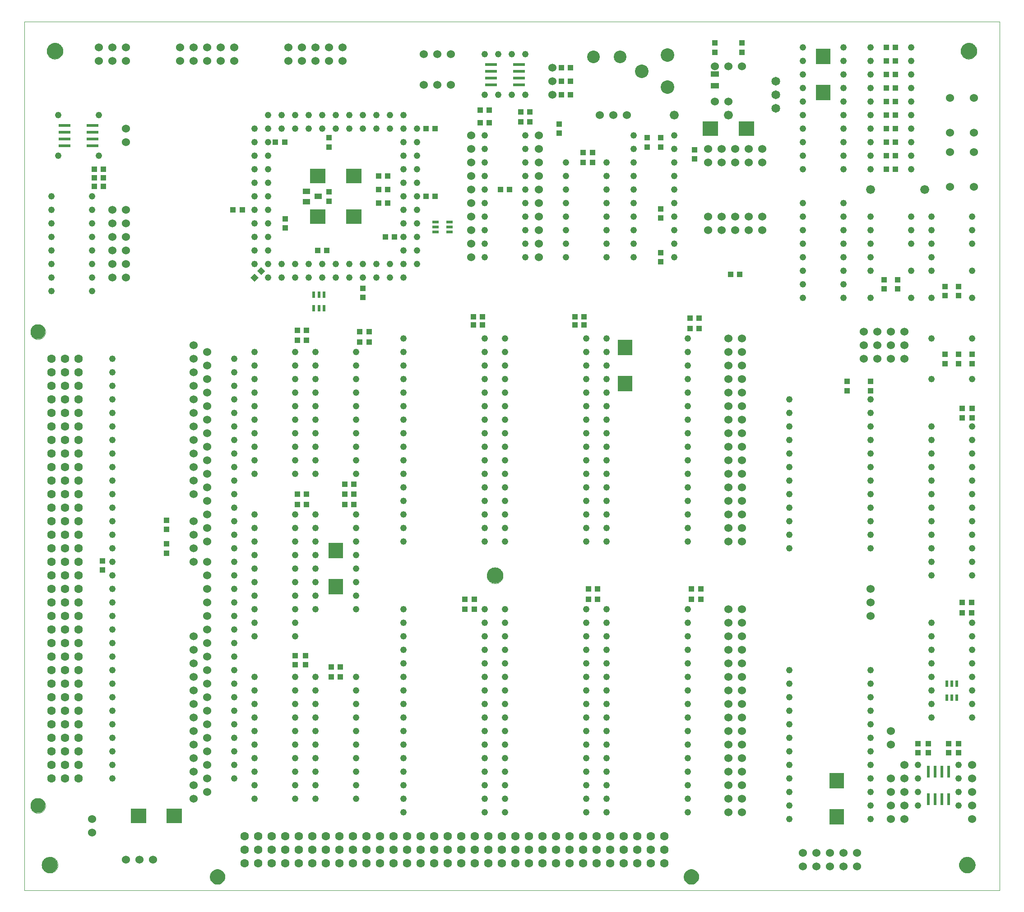
<source format=gbs>
G75*
%MOIN*%
%OFA0B0*%
%FSLAX24Y24*%
%IPPOS*%
%LPD*%
%AMOC8*
5,1,8,0,0,1.08239X$1,22.5*
%
%ADD10C,0.0000*%
%ADD11C,0.0480*%
%ADD12C,0.0600*%
%ADD13C,0.0630*%
%ADD14C,0.1102*%
%ADD15C,0.1181*%
%ADD16C,0.0650*%
%ADD17R,0.0591X0.0394*%
%ADD18C,0.0660*%
%ADD19R,0.0425X0.0413*%
%ADD20C,0.1000*%
%ADD21R,0.0433X0.0394*%
%ADD22R,0.0413X0.0425*%
%ADD23R,0.0236X0.0866*%
%ADD24R,0.0866X0.0236*%
%ADD25R,0.0394X0.0433*%
%ADD26R,0.0217X0.0472*%
%ADD27R,0.0551X0.0394*%
%ADD28R,0.1161X0.1063*%
%ADD29R,0.1063X0.1161*%
%ADD30C,0.0937*%
%ADD31R,0.0472X0.0217*%
D10*
X003500Y003500D02*
X003500Y067673D01*
X075547Y067673D01*
X075547Y003500D01*
X003500Y003500D01*
X004784Y005375D02*
X004786Y005423D01*
X004792Y005471D01*
X004802Y005518D01*
X004815Y005564D01*
X004833Y005609D01*
X004853Y005653D01*
X004878Y005695D01*
X004906Y005734D01*
X004936Y005771D01*
X004970Y005805D01*
X005007Y005837D01*
X005045Y005866D01*
X005086Y005891D01*
X005129Y005913D01*
X005174Y005931D01*
X005220Y005945D01*
X005267Y005956D01*
X005315Y005963D01*
X005363Y005966D01*
X005411Y005965D01*
X005459Y005960D01*
X005507Y005951D01*
X005553Y005939D01*
X005598Y005922D01*
X005642Y005902D01*
X005684Y005879D01*
X005724Y005852D01*
X005762Y005822D01*
X005797Y005789D01*
X005829Y005753D01*
X005859Y005715D01*
X005885Y005674D01*
X005907Y005631D01*
X005927Y005587D01*
X005942Y005542D01*
X005954Y005495D01*
X005962Y005447D01*
X005966Y005399D01*
X005966Y005351D01*
X005962Y005303D01*
X005954Y005255D01*
X005942Y005208D01*
X005927Y005163D01*
X005907Y005119D01*
X005885Y005076D01*
X005859Y005035D01*
X005829Y004997D01*
X005797Y004961D01*
X005762Y004928D01*
X005724Y004898D01*
X005684Y004871D01*
X005642Y004848D01*
X005598Y004828D01*
X005553Y004811D01*
X005507Y004799D01*
X005459Y004790D01*
X005411Y004785D01*
X005363Y004784D01*
X005315Y004787D01*
X005267Y004794D01*
X005220Y004805D01*
X005174Y004819D01*
X005129Y004837D01*
X005086Y004859D01*
X005045Y004884D01*
X005007Y004913D01*
X004970Y004945D01*
X004936Y004979D01*
X004906Y005016D01*
X004878Y005055D01*
X004853Y005097D01*
X004833Y005141D01*
X004815Y005186D01*
X004802Y005232D01*
X004792Y005279D01*
X004786Y005327D01*
X004784Y005375D01*
X003949Y009750D02*
X003951Y009797D01*
X003957Y009843D01*
X003967Y009889D01*
X003980Y009934D01*
X003998Y009977D01*
X004019Y010019D01*
X004043Y010059D01*
X004071Y010096D01*
X004102Y010131D01*
X004136Y010164D01*
X004172Y010193D01*
X004211Y010219D01*
X004252Y010242D01*
X004295Y010261D01*
X004339Y010277D01*
X004384Y010289D01*
X004430Y010297D01*
X004477Y010301D01*
X004523Y010301D01*
X004570Y010297D01*
X004616Y010289D01*
X004661Y010277D01*
X004705Y010261D01*
X004748Y010242D01*
X004789Y010219D01*
X004828Y010193D01*
X004864Y010164D01*
X004898Y010131D01*
X004929Y010096D01*
X004957Y010059D01*
X004981Y010019D01*
X005002Y009977D01*
X005020Y009934D01*
X005033Y009889D01*
X005043Y009843D01*
X005049Y009797D01*
X005051Y009750D01*
X005049Y009703D01*
X005043Y009657D01*
X005033Y009611D01*
X005020Y009566D01*
X005002Y009523D01*
X004981Y009481D01*
X004957Y009441D01*
X004929Y009404D01*
X004898Y009369D01*
X004864Y009336D01*
X004828Y009307D01*
X004789Y009281D01*
X004748Y009258D01*
X004705Y009239D01*
X004661Y009223D01*
X004616Y009211D01*
X004570Y009203D01*
X004523Y009199D01*
X004477Y009199D01*
X004430Y009203D01*
X004384Y009211D01*
X004339Y009223D01*
X004295Y009239D01*
X004252Y009258D01*
X004211Y009281D01*
X004172Y009307D01*
X004136Y009336D01*
X004102Y009369D01*
X004071Y009404D01*
X004043Y009441D01*
X004019Y009481D01*
X003998Y009523D01*
X003980Y009566D01*
X003967Y009611D01*
X003957Y009657D01*
X003951Y009703D01*
X003949Y009750D01*
X017199Y004500D02*
X017201Y004547D01*
X017207Y004593D01*
X017217Y004639D01*
X017230Y004684D01*
X017248Y004727D01*
X017269Y004769D01*
X017293Y004809D01*
X017321Y004846D01*
X017352Y004881D01*
X017386Y004914D01*
X017422Y004943D01*
X017461Y004969D01*
X017502Y004992D01*
X017545Y005011D01*
X017589Y005027D01*
X017634Y005039D01*
X017680Y005047D01*
X017727Y005051D01*
X017773Y005051D01*
X017820Y005047D01*
X017866Y005039D01*
X017911Y005027D01*
X017955Y005011D01*
X017998Y004992D01*
X018039Y004969D01*
X018078Y004943D01*
X018114Y004914D01*
X018148Y004881D01*
X018179Y004846D01*
X018207Y004809D01*
X018231Y004769D01*
X018252Y004727D01*
X018270Y004684D01*
X018283Y004639D01*
X018293Y004593D01*
X018299Y004547D01*
X018301Y004500D01*
X018299Y004453D01*
X018293Y004407D01*
X018283Y004361D01*
X018270Y004316D01*
X018252Y004273D01*
X018231Y004231D01*
X018207Y004191D01*
X018179Y004154D01*
X018148Y004119D01*
X018114Y004086D01*
X018078Y004057D01*
X018039Y004031D01*
X017998Y004008D01*
X017955Y003989D01*
X017911Y003973D01*
X017866Y003961D01*
X017820Y003953D01*
X017773Y003949D01*
X017727Y003949D01*
X017680Y003953D01*
X017634Y003961D01*
X017589Y003973D01*
X017545Y003989D01*
X017502Y004008D01*
X017461Y004031D01*
X017422Y004057D01*
X017386Y004086D01*
X017352Y004119D01*
X017321Y004154D01*
X017293Y004191D01*
X017269Y004231D01*
X017248Y004273D01*
X017230Y004316D01*
X017217Y004361D01*
X017207Y004407D01*
X017201Y004453D01*
X017199Y004500D01*
X037659Y026750D02*
X037661Y026798D01*
X037667Y026846D01*
X037677Y026893D01*
X037690Y026939D01*
X037708Y026984D01*
X037728Y027028D01*
X037753Y027070D01*
X037781Y027109D01*
X037811Y027146D01*
X037845Y027180D01*
X037882Y027212D01*
X037920Y027241D01*
X037961Y027266D01*
X038004Y027288D01*
X038049Y027306D01*
X038095Y027320D01*
X038142Y027331D01*
X038190Y027338D01*
X038238Y027341D01*
X038286Y027340D01*
X038334Y027335D01*
X038382Y027326D01*
X038428Y027314D01*
X038473Y027297D01*
X038517Y027277D01*
X038559Y027254D01*
X038599Y027227D01*
X038637Y027197D01*
X038672Y027164D01*
X038704Y027128D01*
X038734Y027090D01*
X038760Y027049D01*
X038782Y027006D01*
X038802Y026962D01*
X038817Y026917D01*
X038829Y026870D01*
X038837Y026822D01*
X038841Y026774D01*
X038841Y026726D01*
X038837Y026678D01*
X038829Y026630D01*
X038817Y026583D01*
X038802Y026538D01*
X038782Y026494D01*
X038760Y026451D01*
X038734Y026410D01*
X038704Y026372D01*
X038672Y026336D01*
X038637Y026303D01*
X038599Y026273D01*
X038559Y026246D01*
X038517Y026223D01*
X038473Y026203D01*
X038428Y026186D01*
X038382Y026174D01*
X038334Y026165D01*
X038286Y026160D01*
X038238Y026159D01*
X038190Y026162D01*
X038142Y026169D01*
X038095Y026180D01*
X038049Y026194D01*
X038004Y026212D01*
X037961Y026234D01*
X037920Y026259D01*
X037882Y026288D01*
X037845Y026320D01*
X037811Y026354D01*
X037781Y026391D01*
X037753Y026430D01*
X037728Y026472D01*
X037708Y026516D01*
X037690Y026561D01*
X037677Y026607D01*
X037667Y026654D01*
X037661Y026702D01*
X037659Y026750D01*
X052199Y004500D02*
X052201Y004547D01*
X052207Y004593D01*
X052217Y004639D01*
X052230Y004684D01*
X052248Y004727D01*
X052269Y004769D01*
X052293Y004809D01*
X052321Y004846D01*
X052352Y004881D01*
X052386Y004914D01*
X052422Y004943D01*
X052461Y004969D01*
X052502Y004992D01*
X052545Y005011D01*
X052589Y005027D01*
X052634Y005039D01*
X052680Y005047D01*
X052727Y005051D01*
X052773Y005051D01*
X052820Y005047D01*
X052866Y005039D01*
X052911Y005027D01*
X052955Y005011D01*
X052998Y004992D01*
X053039Y004969D01*
X053078Y004943D01*
X053114Y004914D01*
X053148Y004881D01*
X053179Y004846D01*
X053207Y004809D01*
X053231Y004769D01*
X053252Y004727D01*
X053270Y004684D01*
X053283Y004639D01*
X053293Y004593D01*
X053299Y004547D01*
X053301Y004500D01*
X053299Y004453D01*
X053293Y004407D01*
X053283Y004361D01*
X053270Y004316D01*
X053252Y004273D01*
X053231Y004231D01*
X053207Y004191D01*
X053179Y004154D01*
X053148Y004119D01*
X053114Y004086D01*
X053078Y004057D01*
X053039Y004031D01*
X052998Y004008D01*
X052955Y003989D01*
X052911Y003973D01*
X052866Y003961D01*
X052820Y003953D01*
X052773Y003949D01*
X052727Y003949D01*
X052680Y003953D01*
X052634Y003961D01*
X052589Y003973D01*
X052545Y003989D01*
X052502Y004008D01*
X052461Y004031D01*
X052422Y004057D01*
X052386Y004086D01*
X052352Y004119D01*
X052321Y004154D01*
X052293Y004191D01*
X052269Y004231D01*
X052248Y004273D01*
X052230Y004316D01*
X052217Y004361D01*
X052207Y004407D01*
X052201Y004453D01*
X052199Y004500D01*
X072534Y005375D02*
X072536Y005423D01*
X072542Y005471D01*
X072552Y005518D01*
X072565Y005564D01*
X072583Y005609D01*
X072603Y005653D01*
X072628Y005695D01*
X072656Y005734D01*
X072686Y005771D01*
X072720Y005805D01*
X072757Y005837D01*
X072795Y005866D01*
X072836Y005891D01*
X072879Y005913D01*
X072924Y005931D01*
X072970Y005945D01*
X073017Y005956D01*
X073065Y005963D01*
X073113Y005966D01*
X073161Y005965D01*
X073209Y005960D01*
X073257Y005951D01*
X073303Y005939D01*
X073348Y005922D01*
X073392Y005902D01*
X073434Y005879D01*
X073474Y005852D01*
X073512Y005822D01*
X073547Y005789D01*
X073579Y005753D01*
X073609Y005715D01*
X073635Y005674D01*
X073657Y005631D01*
X073677Y005587D01*
X073692Y005542D01*
X073704Y005495D01*
X073712Y005447D01*
X073716Y005399D01*
X073716Y005351D01*
X073712Y005303D01*
X073704Y005255D01*
X073692Y005208D01*
X073677Y005163D01*
X073657Y005119D01*
X073635Y005076D01*
X073609Y005035D01*
X073579Y004997D01*
X073547Y004961D01*
X073512Y004928D01*
X073474Y004898D01*
X073434Y004871D01*
X073392Y004848D01*
X073348Y004828D01*
X073303Y004811D01*
X073257Y004799D01*
X073209Y004790D01*
X073161Y004785D01*
X073113Y004784D01*
X073065Y004787D01*
X073017Y004794D01*
X072970Y004805D01*
X072924Y004819D01*
X072879Y004837D01*
X072836Y004859D01*
X072795Y004884D01*
X072757Y004913D01*
X072720Y004945D01*
X072686Y004979D01*
X072656Y005016D01*
X072628Y005055D01*
X072603Y005097D01*
X072583Y005141D01*
X072565Y005186D01*
X072552Y005232D01*
X072542Y005279D01*
X072536Y005327D01*
X072534Y005375D01*
X072659Y065500D02*
X072661Y065548D01*
X072667Y065596D01*
X072677Y065643D01*
X072690Y065689D01*
X072708Y065734D01*
X072728Y065778D01*
X072753Y065820D01*
X072781Y065859D01*
X072811Y065896D01*
X072845Y065930D01*
X072882Y065962D01*
X072920Y065991D01*
X072961Y066016D01*
X073004Y066038D01*
X073049Y066056D01*
X073095Y066070D01*
X073142Y066081D01*
X073190Y066088D01*
X073238Y066091D01*
X073286Y066090D01*
X073334Y066085D01*
X073382Y066076D01*
X073428Y066064D01*
X073473Y066047D01*
X073517Y066027D01*
X073559Y066004D01*
X073599Y065977D01*
X073637Y065947D01*
X073672Y065914D01*
X073704Y065878D01*
X073734Y065840D01*
X073760Y065799D01*
X073782Y065756D01*
X073802Y065712D01*
X073817Y065667D01*
X073829Y065620D01*
X073837Y065572D01*
X073841Y065524D01*
X073841Y065476D01*
X073837Y065428D01*
X073829Y065380D01*
X073817Y065333D01*
X073802Y065288D01*
X073782Y065244D01*
X073760Y065201D01*
X073734Y065160D01*
X073704Y065122D01*
X073672Y065086D01*
X073637Y065053D01*
X073599Y065023D01*
X073559Y064996D01*
X073517Y064973D01*
X073473Y064953D01*
X073428Y064936D01*
X073382Y064924D01*
X073334Y064915D01*
X073286Y064910D01*
X073238Y064909D01*
X073190Y064912D01*
X073142Y064919D01*
X073095Y064930D01*
X073049Y064944D01*
X073004Y064962D01*
X072961Y064984D01*
X072920Y065009D01*
X072882Y065038D01*
X072845Y065070D01*
X072811Y065104D01*
X072781Y065141D01*
X072753Y065180D01*
X072728Y065222D01*
X072708Y065266D01*
X072690Y065311D01*
X072677Y065357D01*
X072667Y065404D01*
X072661Y065452D01*
X072659Y065500D01*
X005159Y065500D02*
X005161Y065548D01*
X005167Y065596D01*
X005177Y065643D01*
X005190Y065689D01*
X005208Y065734D01*
X005228Y065778D01*
X005253Y065820D01*
X005281Y065859D01*
X005311Y065896D01*
X005345Y065930D01*
X005382Y065962D01*
X005420Y065991D01*
X005461Y066016D01*
X005504Y066038D01*
X005549Y066056D01*
X005595Y066070D01*
X005642Y066081D01*
X005690Y066088D01*
X005738Y066091D01*
X005786Y066090D01*
X005834Y066085D01*
X005882Y066076D01*
X005928Y066064D01*
X005973Y066047D01*
X006017Y066027D01*
X006059Y066004D01*
X006099Y065977D01*
X006137Y065947D01*
X006172Y065914D01*
X006204Y065878D01*
X006234Y065840D01*
X006260Y065799D01*
X006282Y065756D01*
X006302Y065712D01*
X006317Y065667D01*
X006329Y065620D01*
X006337Y065572D01*
X006341Y065524D01*
X006341Y065476D01*
X006337Y065428D01*
X006329Y065380D01*
X006317Y065333D01*
X006302Y065288D01*
X006282Y065244D01*
X006260Y065201D01*
X006234Y065160D01*
X006204Y065122D01*
X006172Y065086D01*
X006137Y065053D01*
X006099Y065023D01*
X006059Y064996D01*
X006017Y064973D01*
X005973Y064953D01*
X005928Y064936D01*
X005882Y064924D01*
X005834Y064915D01*
X005786Y064910D01*
X005738Y064909D01*
X005690Y064912D01*
X005642Y064919D01*
X005595Y064930D01*
X005549Y064944D01*
X005504Y064962D01*
X005461Y064984D01*
X005420Y065009D01*
X005382Y065038D01*
X005345Y065070D01*
X005311Y065104D01*
X005281Y065141D01*
X005253Y065180D01*
X005228Y065222D01*
X005208Y065266D01*
X005190Y065311D01*
X005177Y065357D01*
X005167Y065404D01*
X005161Y065452D01*
X005159Y065500D01*
X003949Y044750D02*
X003951Y044797D01*
X003957Y044843D01*
X003967Y044889D01*
X003980Y044934D01*
X003998Y044977D01*
X004019Y045019D01*
X004043Y045059D01*
X004071Y045096D01*
X004102Y045131D01*
X004136Y045164D01*
X004172Y045193D01*
X004211Y045219D01*
X004252Y045242D01*
X004295Y045261D01*
X004339Y045277D01*
X004384Y045289D01*
X004430Y045297D01*
X004477Y045301D01*
X004523Y045301D01*
X004570Y045297D01*
X004616Y045289D01*
X004661Y045277D01*
X004705Y045261D01*
X004748Y045242D01*
X004789Y045219D01*
X004828Y045193D01*
X004864Y045164D01*
X004898Y045131D01*
X004929Y045096D01*
X004957Y045059D01*
X004981Y045019D01*
X005002Y044977D01*
X005020Y044934D01*
X005033Y044889D01*
X005043Y044843D01*
X005049Y044797D01*
X005051Y044750D01*
X005049Y044703D01*
X005043Y044657D01*
X005033Y044611D01*
X005020Y044566D01*
X005002Y044523D01*
X004981Y044481D01*
X004957Y044441D01*
X004929Y044404D01*
X004898Y044369D01*
X004864Y044336D01*
X004828Y044307D01*
X004789Y044281D01*
X004748Y044258D01*
X004705Y044239D01*
X004661Y044223D01*
X004616Y044211D01*
X004570Y044203D01*
X004523Y044199D01*
X004477Y044199D01*
X004430Y044203D01*
X004384Y044211D01*
X004339Y044223D01*
X004295Y044239D01*
X004252Y044258D01*
X004211Y044281D01*
X004172Y044307D01*
X004136Y044336D01*
X004102Y044369D01*
X004071Y044404D01*
X004043Y044441D01*
X004019Y044481D01*
X003998Y044523D01*
X003980Y044566D01*
X003967Y044611D01*
X003957Y044657D01*
X003951Y044703D01*
X003949Y044750D01*
D11*
X005500Y047750D03*
X005500Y048750D03*
X005500Y049750D03*
X005500Y050750D03*
X005500Y051750D03*
X005500Y052750D03*
X005500Y053750D03*
X005500Y054750D03*
X008500Y054750D03*
X008500Y053750D03*
X008500Y052750D03*
X008500Y051750D03*
X008500Y050750D03*
X008500Y049750D03*
X008500Y048750D03*
X008500Y047750D03*
X010000Y042750D03*
X010000Y041750D03*
X010000Y040750D03*
X010000Y039750D03*
X010000Y038750D03*
X010000Y037750D03*
X010000Y036750D03*
X010000Y035750D03*
X010000Y034750D03*
X010000Y033750D03*
X010000Y032750D03*
X010000Y031750D03*
X010000Y030750D03*
X010000Y029750D03*
X010000Y028750D03*
X010000Y027750D03*
X010000Y026750D03*
X010000Y025750D03*
X010000Y024750D03*
X010000Y023750D03*
X010000Y022750D03*
X010000Y021750D03*
X010000Y020750D03*
X010000Y019750D03*
X010000Y018750D03*
X010000Y017750D03*
X010000Y016750D03*
X010000Y015750D03*
X010000Y014750D03*
X010000Y013750D03*
X010000Y012750D03*
X010000Y011750D03*
X019000Y011750D03*
X019000Y012750D03*
X019000Y013750D03*
X019000Y014750D03*
X019000Y015750D03*
X019000Y016750D03*
X019000Y017750D03*
X019000Y018750D03*
X019000Y019750D03*
X019000Y020750D03*
X019000Y021750D03*
X019000Y022750D03*
X019000Y023750D03*
X019000Y024750D03*
X019000Y025750D03*
X019000Y026750D03*
X019000Y027750D03*
X019000Y028750D03*
X019000Y029750D03*
X019000Y030750D03*
X019000Y031750D03*
X019000Y032750D03*
X019000Y033750D03*
X019000Y034750D03*
X019000Y035750D03*
X019000Y036750D03*
X019000Y037750D03*
X019000Y038750D03*
X019000Y039750D03*
X019000Y040750D03*
X019000Y041750D03*
X019000Y042750D03*
X020500Y042250D03*
X020500Y041250D03*
X020500Y040250D03*
X020500Y039250D03*
X020500Y038250D03*
X020500Y037250D03*
X020500Y036250D03*
X020500Y035250D03*
X020500Y034250D03*
X023500Y034250D03*
X023500Y035250D03*
X023500Y036250D03*
X023500Y037250D03*
X023500Y038250D03*
X023500Y039250D03*
X023500Y040250D03*
X023500Y041250D03*
X023500Y042250D03*
X023500Y043250D03*
X025000Y043250D03*
X025000Y042250D03*
X025000Y041250D03*
X025000Y040250D03*
X025000Y039250D03*
X025000Y038250D03*
X025000Y037250D03*
X025000Y036250D03*
X025000Y035250D03*
X025000Y034250D03*
X028000Y034250D03*
X028000Y035250D03*
X028000Y036250D03*
X028000Y037250D03*
X028000Y038250D03*
X028000Y039250D03*
X028000Y040250D03*
X028000Y041250D03*
X028000Y042250D03*
X028000Y043250D03*
X031500Y043250D03*
X031500Y044250D03*
X031500Y042250D03*
X031500Y041250D03*
X031500Y040250D03*
X031500Y039250D03*
X031500Y038250D03*
X031500Y037250D03*
X031500Y036250D03*
X031500Y035250D03*
X031500Y034250D03*
X031500Y033250D03*
X031500Y032250D03*
X031500Y031250D03*
X031500Y030250D03*
X031500Y029250D03*
X028000Y029250D03*
X028000Y028250D03*
X028000Y027250D03*
X028000Y026250D03*
X028000Y025250D03*
X028000Y024250D03*
X025000Y024250D03*
X025000Y025250D03*
X025000Y026250D03*
X025000Y027250D03*
X025000Y028250D03*
X025000Y029250D03*
X025000Y030250D03*
X025000Y031250D03*
X023500Y031250D03*
X023500Y030250D03*
X023500Y029250D03*
X023500Y028250D03*
X023500Y027250D03*
X023500Y026250D03*
X023500Y025250D03*
X023500Y024250D03*
X023500Y023250D03*
X023500Y022250D03*
X023500Y019250D03*
X023500Y018250D03*
X023500Y017250D03*
X023500Y016250D03*
X023500Y015250D03*
X023500Y014250D03*
X023500Y013250D03*
X023500Y012250D03*
X023500Y011250D03*
X023500Y010250D03*
X025000Y010250D03*
X025000Y011250D03*
X025000Y012250D03*
X025000Y013250D03*
X025000Y014250D03*
X025000Y015250D03*
X025000Y016250D03*
X025000Y017250D03*
X025000Y018250D03*
X025000Y019250D03*
X028000Y019250D03*
X028000Y018250D03*
X028000Y017250D03*
X028000Y016250D03*
X028000Y015250D03*
X028000Y014250D03*
X028000Y013250D03*
X028000Y012250D03*
X028000Y011250D03*
X028000Y010250D03*
X031500Y010250D03*
X031500Y009250D03*
X031500Y011250D03*
X031500Y012250D03*
X031500Y013250D03*
X031500Y014250D03*
X031500Y015250D03*
X031500Y016250D03*
X031500Y017250D03*
X031500Y018250D03*
X031500Y019250D03*
X031500Y020250D03*
X031500Y021250D03*
X031500Y022250D03*
X031500Y023250D03*
X031500Y024250D03*
X037500Y024250D03*
X037500Y023250D03*
X037500Y022250D03*
X037500Y021250D03*
X037500Y020250D03*
X037500Y019250D03*
X037500Y018250D03*
X037500Y017250D03*
X037500Y016250D03*
X037500Y015250D03*
X037500Y014250D03*
X037500Y013250D03*
X037500Y012250D03*
X037500Y011250D03*
X037500Y010250D03*
X037500Y009250D03*
X039000Y009250D03*
X039000Y010250D03*
X039000Y011250D03*
X039000Y012250D03*
X039000Y013250D03*
X039000Y014250D03*
X039000Y015250D03*
X039000Y016250D03*
X039000Y017250D03*
X039000Y018250D03*
X039000Y019250D03*
X039000Y020250D03*
X039000Y021250D03*
X039000Y022250D03*
X039000Y023250D03*
X039000Y024250D03*
X039000Y029250D03*
X039000Y030250D03*
X039000Y031250D03*
X039000Y032250D03*
X039000Y033250D03*
X039000Y034250D03*
X039000Y035250D03*
X039000Y036250D03*
X039000Y037250D03*
X039000Y038250D03*
X039000Y039250D03*
X039000Y040250D03*
X039000Y041250D03*
X039000Y042250D03*
X039000Y043250D03*
X039000Y044250D03*
X037500Y044250D03*
X037500Y043250D03*
X037500Y042250D03*
X037500Y041250D03*
X037500Y040250D03*
X037500Y039250D03*
X037500Y038250D03*
X037500Y037250D03*
X037500Y036250D03*
X037500Y035250D03*
X037500Y034250D03*
X037500Y033250D03*
X037500Y032250D03*
X037500Y031250D03*
X037500Y030250D03*
X037500Y029250D03*
X045000Y029250D03*
X045000Y030250D03*
X045000Y031250D03*
X045000Y032250D03*
X045000Y033250D03*
X045000Y034250D03*
X045000Y035250D03*
X045000Y036250D03*
X045000Y037250D03*
X045000Y038250D03*
X045000Y039250D03*
X045000Y040250D03*
X045000Y041250D03*
X045000Y042250D03*
X045000Y043250D03*
X045000Y044250D03*
X046500Y044250D03*
X046500Y043250D03*
X046500Y042250D03*
X046500Y041250D03*
X046500Y040250D03*
X046500Y039250D03*
X046500Y038250D03*
X046500Y037250D03*
X046500Y036250D03*
X046500Y035250D03*
X046500Y034250D03*
X046500Y033250D03*
X046500Y032250D03*
X046500Y031250D03*
X046500Y030250D03*
X046500Y029250D03*
X046500Y024250D03*
X046500Y023250D03*
X046500Y022250D03*
X046500Y021250D03*
X046500Y020250D03*
X046500Y019250D03*
X046500Y018250D03*
X046500Y017250D03*
X046500Y016250D03*
X046500Y015250D03*
X046500Y014250D03*
X046500Y013250D03*
X046500Y012250D03*
X046500Y011250D03*
X046500Y010250D03*
X046500Y009250D03*
X045000Y009250D03*
X045000Y010250D03*
X045000Y011250D03*
X045000Y012250D03*
X045000Y013250D03*
X045000Y014250D03*
X045000Y015250D03*
X045000Y016250D03*
X045000Y017250D03*
X045000Y018250D03*
X045000Y019250D03*
X045000Y020250D03*
X045000Y021250D03*
X045000Y022250D03*
X045000Y023250D03*
X045000Y024250D03*
X052500Y024250D03*
X052500Y023250D03*
X052500Y022250D03*
X052500Y021250D03*
X052500Y020250D03*
X052500Y019250D03*
X052500Y018250D03*
X052500Y017250D03*
X052500Y016250D03*
X052500Y015250D03*
X052500Y014250D03*
X052500Y013250D03*
X052500Y012250D03*
X052500Y011250D03*
X052500Y010250D03*
X052500Y009250D03*
X060000Y008750D03*
X060000Y009750D03*
X060000Y010750D03*
X060000Y011750D03*
X060000Y012750D03*
X060000Y013750D03*
X060000Y014750D03*
X060000Y015750D03*
X060000Y016750D03*
X060000Y017750D03*
X060000Y018750D03*
X060000Y019750D03*
X066000Y019750D03*
X066000Y018750D03*
X066000Y017750D03*
X066000Y016750D03*
X066000Y015750D03*
X066000Y014750D03*
X066000Y013750D03*
X066000Y012750D03*
X066000Y011750D03*
X066000Y010750D03*
X066000Y009750D03*
X066000Y008750D03*
X069500Y009750D03*
X069500Y010750D03*
X069500Y011750D03*
X069500Y012750D03*
X072500Y012750D03*
X072500Y011750D03*
X072500Y010750D03*
X072500Y009750D03*
X073500Y016250D03*
X073500Y017250D03*
X073500Y018250D03*
X073500Y019250D03*
X073500Y020250D03*
X073500Y021250D03*
X073500Y022250D03*
X073500Y023250D03*
X070500Y023250D03*
X070500Y022250D03*
X070500Y021250D03*
X070500Y020250D03*
X070500Y019250D03*
X070500Y018250D03*
X070500Y017250D03*
X070500Y016250D03*
X070500Y026750D03*
X070500Y027750D03*
X070500Y028750D03*
X070500Y029750D03*
X070500Y030750D03*
X070500Y031750D03*
X070500Y032750D03*
X070500Y033750D03*
X070500Y034750D03*
X070500Y035750D03*
X070500Y036750D03*
X070500Y037750D03*
X073500Y037750D03*
X073500Y036750D03*
X073500Y035750D03*
X073500Y034750D03*
X073500Y033750D03*
X073500Y032750D03*
X073500Y031750D03*
X073500Y030750D03*
X073500Y029750D03*
X073500Y028750D03*
X073500Y027750D03*
X073500Y026750D03*
X066000Y028750D03*
X066000Y029750D03*
X066000Y030750D03*
X066000Y031750D03*
X066000Y032750D03*
X066000Y033750D03*
X066000Y034750D03*
X066000Y035750D03*
X066000Y036750D03*
X066000Y037750D03*
X066000Y038750D03*
X066000Y039750D03*
X070500Y041250D03*
X070500Y044250D03*
X073500Y044250D03*
X073500Y041250D03*
X073500Y047250D03*
X073500Y049250D03*
X073500Y051250D03*
X073500Y052250D03*
X073500Y053250D03*
X070500Y053250D03*
X070500Y052250D03*
X070500Y051250D03*
X070500Y050250D03*
X070500Y049250D03*
X069000Y049250D03*
X069000Y051250D03*
X069000Y052250D03*
X069000Y053250D03*
X066000Y053250D03*
X066000Y052250D03*
X066000Y051250D03*
X066000Y050250D03*
X066000Y049250D03*
X066000Y047250D03*
X064000Y047250D03*
X064000Y048250D03*
X064000Y049250D03*
X064000Y050250D03*
X064000Y051250D03*
X064000Y052250D03*
X064000Y053250D03*
X064000Y054250D03*
X064000Y056750D03*
X064000Y057750D03*
X064000Y058750D03*
X064000Y059750D03*
X064000Y060750D03*
X064000Y061750D03*
X064000Y062750D03*
X064000Y063750D03*
X064000Y064750D03*
X064000Y065750D03*
X066000Y065750D03*
X066000Y064750D03*
X066000Y063750D03*
X066000Y062750D03*
X066000Y061750D03*
X066000Y060750D03*
X066000Y059750D03*
X066000Y058750D03*
X066000Y057750D03*
X066000Y056750D03*
X069000Y056750D03*
X069000Y057750D03*
X069000Y058750D03*
X069000Y059750D03*
X069000Y060750D03*
X069000Y061750D03*
X069000Y062750D03*
X069000Y063750D03*
X069000Y064750D03*
X069000Y065750D03*
X061000Y065750D03*
X061000Y064750D03*
X061000Y063750D03*
X061000Y062750D03*
X061000Y061750D03*
X061000Y060750D03*
X061000Y059750D03*
X061000Y058750D03*
X061000Y057750D03*
X061000Y056750D03*
X061000Y054250D03*
X061000Y053250D03*
X061000Y052250D03*
X061000Y051250D03*
X061000Y050250D03*
X061000Y049250D03*
X061000Y048250D03*
X061000Y047250D03*
X060000Y039750D03*
X060000Y038750D03*
X060000Y037750D03*
X060000Y036750D03*
X060000Y035750D03*
X060000Y034750D03*
X060000Y033750D03*
X060000Y032750D03*
X060000Y031750D03*
X060000Y030750D03*
X060000Y029750D03*
X060000Y028750D03*
X052500Y029250D03*
X052500Y030250D03*
X052500Y031250D03*
X052500Y032250D03*
X052500Y033250D03*
X052500Y034250D03*
X052500Y035250D03*
X052500Y036250D03*
X052500Y037250D03*
X052500Y038250D03*
X052500Y039250D03*
X052500Y040250D03*
X052500Y041250D03*
X052500Y042250D03*
X052500Y043250D03*
X052500Y044250D03*
X051500Y050250D03*
X051500Y051250D03*
X051500Y052250D03*
X051500Y053250D03*
X051500Y054250D03*
X051500Y055250D03*
X051500Y056250D03*
X051500Y057250D03*
X051500Y058250D03*
X051500Y059250D03*
X048500Y059250D03*
X048500Y058250D03*
X048500Y057250D03*
X048500Y056250D03*
X048500Y055250D03*
X048500Y054250D03*
X048500Y053250D03*
X048500Y052250D03*
X048500Y051250D03*
X048500Y050250D03*
X046500Y050250D03*
X046500Y051250D03*
X046500Y052250D03*
X046500Y053250D03*
X046500Y054250D03*
X046500Y055250D03*
X046500Y056250D03*
X046500Y057250D03*
X043500Y057250D03*
X043500Y056250D03*
X043500Y055250D03*
X043500Y054250D03*
X043500Y053250D03*
X043500Y052250D03*
X043500Y051250D03*
X043500Y050250D03*
X040500Y050250D03*
X040500Y051250D03*
X040500Y052250D03*
X040500Y053250D03*
X040500Y054250D03*
X040500Y055250D03*
X040500Y056250D03*
X040500Y057250D03*
X040500Y058250D03*
X040500Y059250D03*
X037500Y059250D03*
X037500Y058250D03*
X037500Y057250D03*
X037500Y056250D03*
X037500Y055250D03*
X037500Y054250D03*
X037500Y053250D03*
X037500Y052250D03*
X037500Y051250D03*
X037500Y050250D03*
X032500Y049750D03*
X031500Y049750D03*
X031500Y048750D03*
X030500Y048750D03*
X030500Y049750D03*
X029500Y049750D03*
X029500Y048750D03*
X028500Y048750D03*
X028500Y049750D03*
X027500Y049750D03*
X027500Y048750D03*
X026500Y048750D03*
X026500Y049750D03*
X025500Y049750D03*
X025500Y048750D03*
X024500Y048750D03*
X024500Y049750D03*
X023500Y049750D03*
X023500Y048750D03*
X022500Y048750D03*
X022500Y049750D03*
X021500Y049750D03*
X021500Y048750D03*
X020500Y049750D03*
X020500Y050750D03*
X020500Y051750D03*
X021500Y051750D03*
X021500Y050750D03*
X021500Y052750D03*
X021500Y053750D03*
X020500Y053750D03*
X020500Y052750D03*
X020500Y054750D03*
X020500Y055750D03*
X021500Y055750D03*
X021500Y054750D03*
X021500Y056750D03*
X021500Y057750D03*
X021500Y058750D03*
X020500Y058750D03*
X020500Y057750D03*
X020500Y056750D03*
X020500Y059750D03*
X021500Y059750D03*
X021500Y060750D03*
X022500Y060750D03*
X022500Y059750D03*
X023500Y059750D03*
X023500Y060750D03*
X024500Y060750D03*
X024500Y059750D03*
X025500Y059750D03*
X025500Y060750D03*
X026500Y060750D03*
X026500Y059750D03*
X027500Y059750D03*
X027500Y060750D03*
X028500Y060750D03*
X028500Y059750D03*
X029500Y059750D03*
X029500Y060750D03*
X030500Y060750D03*
X030500Y059750D03*
X031500Y059750D03*
X031500Y060750D03*
X032500Y059750D03*
X032500Y058750D03*
X032500Y057750D03*
X032500Y056750D03*
X031500Y056750D03*
X031500Y057750D03*
X031500Y058750D03*
X031500Y055750D03*
X031500Y054750D03*
X032500Y054750D03*
X032500Y055750D03*
X032500Y053750D03*
X032500Y052750D03*
X031500Y052750D03*
X031500Y053750D03*
X031500Y051750D03*
X031500Y050750D03*
X032500Y050750D03*
X032500Y051750D03*
X020500Y043250D03*
X020500Y031250D03*
X020500Y030250D03*
X020500Y029250D03*
X020500Y028250D03*
X020500Y027250D03*
X020500Y026250D03*
X020500Y025250D03*
X020500Y024250D03*
X020500Y023250D03*
X020500Y022250D03*
X020500Y019250D03*
X020500Y018250D03*
X020500Y017250D03*
X020500Y016250D03*
X020500Y015250D03*
X020500Y014250D03*
X020500Y013250D03*
X020500Y012250D03*
X020500Y011250D03*
X020500Y010250D03*
X028000Y030250D03*
X028000Y031250D03*
X009000Y057750D03*
X009000Y060750D03*
X006000Y060750D03*
X006000Y057750D03*
X037500Y062250D03*
X038500Y062250D03*
X039500Y062250D03*
X040500Y062250D03*
X040500Y065250D03*
X039500Y065250D03*
X038500Y065250D03*
X037500Y065250D03*
X069000Y047250D03*
X070500Y047250D03*
D12*
X068500Y044750D03*
X068500Y043750D03*
X067500Y043750D03*
X067500Y044750D03*
X066500Y044750D03*
X066500Y043750D03*
X065500Y043750D03*
X065500Y044750D03*
X065500Y042750D03*
X066500Y042750D03*
X067500Y042750D03*
X068500Y042750D03*
X058000Y052250D03*
X058000Y053250D03*
X057000Y053250D03*
X057000Y052250D03*
X056000Y052250D03*
X056000Y053250D03*
X055000Y053250D03*
X055000Y052250D03*
X054000Y052250D03*
X054000Y053250D03*
X054000Y057250D03*
X055000Y057250D03*
X055000Y058250D03*
X054000Y058250D03*
X056000Y058250D03*
X057000Y058250D03*
X058000Y058250D03*
X058000Y057250D03*
X057000Y057250D03*
X056000Y057250D03*
X055500Y061750D03*
X054500Y061750D03*
X054500Y064350D03*
X055500Y064350D03*
X056500Y064350D03*
X048000Y060750D03*
X047000Y060750D03*
X046000Y060750D03*
X042500Y062250D03*
X042500Y063250D03*
X042500Y064250D03*
X041500Y059250D03*
X041500Y058250D03*
X041500Y057250D03*
X041500Y056250D03*
X041500Y055250D03*
X041500Y054250D03*
X041500Y053250D03*
X041500Y052250D03*
X041500Y051250D03*
X041500Y050250D03*
X036500Y050250D03*
X036500Y051250D03*
X036500Y052250D03*
X036500Y053250D03*
X036500Y054250D03*
X036500Y055250D03*
X036500Y056250D03*
X036500Y057250D03*
X036500Y058250D03*
X036500Y059250D03*
X035000Y063000D03*
X034000Y063000D03*
X033000Y063000D03*
X033000Y065250D03*
X034000Y065250D03*
X035000Y065250D03*
X027000Y064750D03*
X026000Y064750D03*
X025000Y064750D03*
X025000Y065750D03*
X026000Y065750D03*
X027000Y065750D03*
X024000Y065750D03*
X023000Y065750D03*
X023000Y064750D03*
X024000Y064750D03*
X019000Y064750D03*
X019000Y065750D03*
X018000Y065750D03*
X017000Y065750D03*
X016000Y065750D03*
X016000Y064750D03*
X017000Y064750D03*
X018000Y064750D03*
X015000Y064750D03*
X015000Y065750D03*
X011000Y065750D03*
X010000Y065750D03*
X010000Y064750D03*
X011000Y064750D03*
X009000Y064750D03*
X009000Y065750D03*
X011000Y059750D03*
X011000Y058750D03*
X011000Y053750D03*
X011000Y052750D03*
X010000Y052750D03*
X010000Y053750D03*
X010000Y051750D03*
X010000Y050750D03*
X011000Y050750D03*
X011000Y051750D03*
X011000Y049750D03*
X011000Y048750D03*
X010000Y048750D03*
X010000Y049750D03*
X016000Y043750D03*
X017000Y043250D03*
X016000Y042750D03*
X016000Y041750D03*
X017000Y041250D03*
X017000Y042250D03*
X016000Y040750D03*
X016000Y039750D03*
X017000Y039250D03*
X017000Y040250D03*
X016000Y038750D03*
X016000Y037750D03*
X017000Y037250D03*
X017000Y036250D03*
X016000Y035750D03*
X016000Y036750D03*
X017000Y035250D03*
X017000Y034250D03*
X016000Y033750D03*
X016000Y034750D03*
X017000Y033250D03*
X017000Y032250D03*
X016000Y032750D03*
X017000Y031250D03*
X017000Y030250D03*
X016000Y029750D03*
X016000Y028750D03*
X017000Y029250D03*
X017000Y027750D03*
X017000Y026750D03*
X016000Y027750D03*
X017000Y025750D03*
X017000Y024750D03*
X017000Y023750D03*
X017000Y022750D03*
X016000Y022250D03*
X016000Y021250D03*
X017000Y020750D03*
X017000Y021750D03*
X016000Y020250D03*
X016000Y019250D03*
X017000Y018750D03*
X017000Y019750D03*
X016000Y018250D03*
X016000Y017250D03*
X017000Y016750D03*
X017000Y015750D03*
X016000Y015250D03*
X016000Y016250D03*
X017000Y014750D03*
X017000Y013750D03*
X016000Y013250D03*
X016000Y014250D03*
X017000Y012750D03*
X017000Y011750D03*
X016000Y011250D03*
X016000Y012250D03*
X017000Y010750D03*
X016000Y010250D03*
X013000Y005750D03*
X012000Y005750D03*
X011000Y005750D03*
X008500Y007750D03*
X008500Y008750D03*
X017000Y017750D03*
X016000Y030750D03*
X017000Y038250D03*
X055500Y038250D03*
X055500Y037250D03*
X055500Y036250D03*
X056500Y036250D03*
X056500Y037250D03*
X056500Y038250D03*
X056500Y039250D03*
X056500Y040250D03*
X055500Y040250D03*
X055500Y039250D03*
X055500Y041250D03*
X055500Y042250D03*
X056500Y042250D03*
X056500Y041250D03*
X056500Y043250D03*
X056500Y044250D03*
X055500Y044250D03*
X055500Y043250D03*
X055500Y035250D03*
X055500Y034250D03*
X056500Y034250D03*
X056500Y035250D03*
X056500Y033250D03*
X056500Y032250D03*
X055500Y032250D03*
X055500Y033250D03*
X055500Y031250D03*
X055500Y030250D03*
X056500Y030250D03*
X056500Y031250D03*
X056500Y029250D03*
X055500Y029250D03*
X055500Y024250D03*
X055500Y023250D03*
X056500Y023250D03*
X056500Y024250D03*
X056500Y022250D03*
X056500Y021250D03*
X055500Y021250D03*
X055500Y022250D03*
X055500Y020250D03*
X055500Y019250D03*
X056500Y019250D03*
X056500Y020250D03*
X056500Y018250D03*
X056500Y017250D03*
X055500Y017250D03*
X055500Y018250D03*
X055500Y016250D03*
X055500Y015250D03*
X056500Y015250D03*
X056500Y016250D03*
X056500Y014250D03*
X056500Y013250D03*
X055500Y013250D03*
X055500Y014250D03*
X055500Y012250D03*
X055500Y011250D03*
X056500Y011250D03*
X056500Y012250D03*
X056500Y010250D03*
X056500Y009250D03*
X055500Y009250D03*
X055500Y010250D03*
X061000Y006250D03*
X062000Y006250D03*
X062000Y005250D03*
X061000Y005250D03*
X063000Y005250D03*
X064000Y005250D03*
X065000Y005250D03*
X065000Y006250D03*
X064000Y006250D03*
X063000Y006250D03*
X067500Y008750D03*
X068500Y008750D03*
X068500Y009750D03*
X068500Y010750D03*
X067500Y010750D03*
X067500Y009750D03*
X067500Y011750D03*
X068500Y011750D03*
X068500Y012750D03*
X067500Y014250D03*
X067500Y015250D03*
X073500Y012750D03*
X073500Y011750D03*
X073500Y010750D03*
X073500Y009750D03*
X073500Y008750D03*
X066000Y023750D03*
X066000Y024750D03*
X066000Y025750D03*
X071860Y055470D03*
X073640Y055470D03*
X073640Y058030D03*
X073640Y059470D03*
X071860Y059470D03*
X071860Y058030D03*
X071860Y062030D03*
X073640Y062030D03*
D13*
X050750Y007500D03*
X050750Y006500D03*
X050750Y005500D03*
X049750Y005500D03*
X049750Y006500D03*
X049750Y007500D03*
X048750Y007500D03*
X048750Y006500D03*
X048750Y005500D03*
X047750Y005500D03*
X047750Y006500D03*
X047750Y007500D03*
X046750Y007500D03*
X046750Y006500D03*
X046750Y005500D03*
X045750Y005500D03*
X045750Y006500D03*
X045750Y007500D03*
X044750Y007500D03*
X044750Y006500D03*
X044750Y005500D03*
X043750Y005500D03*
X043750Y006500D03*
X043750Y007500D03*
X042750Y007500D03*
X042750Y006500D03*
X042750Y005500D03*
X041750Y005500D03*
X041750Y006500D03*
X041750Y007500D03*
X040750Y007500D03*
X040750Y006500D03*
X040750Y005500D03*
X039750Y005500D03*
X039750Y006500D03*
X039750Y007500D03*
X038750Y007500D03*
X038750Y006500D03*
X038750Y005500D03*
X037750Y005500D03*
X037750Y006500D03*
X037750Y007500D03*
X036750Y007500D03*
X036750Y006500D03*
X036750Y005500D03*
X035750Y005500D03*
X035750Y006500D03*
X035750Y007500D03*
X034750Y007500D03*
X034750Y006500D03*
X034750Y005500D03*
X033750Y005500D03*
X033750Y006500D03*
X033750Y007500D03*
X032750Y007500D03*
X032750Y006500D03*
X032750Y005500D03*
X031750Y005500D03*
X031750Y006500D03*
X031750Y007500D03*
X030750Y007500D03*
X030750Y006500D03*
X030750Y005500D03*
X029750Y005500D03*
X029750Y006500D03*
X029750Y007500D03*
X028750Y007500D03*
X028750Y006500D03*
X028750Y005500D03*
X027750Y005500D03*
X027750Y006500D03*
X027750Y007500D03*
X026750Y007500D03*
X026750Y006500D03*
X026750Y005500D03*
X025750Y005500D03*
X025750Y006500D03*
X025750Y007500D03*
X024750Y007500D03*
X024750Y006500D03*
X024750Y005500D03*
X023750Y005500D03*
X023750Y006500D03*
X023750Y007500D03*
X022750Y007500D03*
X022750Y006500D03*
X022750Y005500D03*
X021750Y005500D03*
X021750Y006500D03*
X021750Y007500D03*
X020750Y007500D03*
X020750Y006500D03*
X020750Y005500D03*
X019750Y005500D03*
X019750Y006500D03*
X019750Y007500D03*
X007500Y011750D03*
X007500Y012750D03*
X006500Y012750D03*
X006500Y011750D03*
X005500Y011750D03*
X005500Y012750D03*
X005500Y013750D03*
X005500Y014750D03*
X006500Y014750D03*
X006500Y013750D03*
X007500Y013750D03*
X007500Y014750D03*
X007500Y015750D03*
X007500Y016750D03*
X007500Y017750D03*
X006500Y017750D03*
X006500Y016750D03*
X006500Y015750D03*
X005500Y015750D03*
X005500Y016750D03*
X005500Y017750D03*
X005500Y018750D03*
X005500Y019750D03*
X006500Y019750D03*
X006500Y018750D03*
X007500Y018750D03*
X007500Y019750D03*
X007500Y020750D03*
X007500Y021750D03*
X006500Y021750D03*
X006500Y020750D03*
X005500Y020750D03*
X005500Y021750D03*
X005500Y022750D03*
X005500Y023750D03*
X006500Y023750D03*
X006500Y022750D03*
X007500Y022750D03*
X007500Y023750D03*
X007500Y024750D03*
X007500Y025750D03*
X006500Y025750D03*
X006500Y024750D03*
X005500Y024750D03*
X005500Y025750D03*
X005500Y026750D03*
X005500Y027750D03*
X006500Y027750D03*
X006500Y026750D03*
X007500Y026750D03*
X007500Y027750D03*
X007500Y028750D03*
X007500Y029750D03*
X007500Y030750D03*
X006500Y030750D03*
X006500Y029750D03*
X006500Y028750D03*
X005500Y028750D03*
X005500Y029750D03*
X005500Y030750D03*
X005500Y031750D03*
X005500Y032750D03*
X006500Y032750D03*
X006500Y031750D03*
X007500Y031750D03*
X007500Y032750D03*
X007500Y033750D03*
X007500Y034750D03*
X006500Y034750D03*
X006500Y033750D03*
X005500Y033750D03*
X005500Y034750D03*
X005500Y035750D03*
X005500Y036750D03*
X006500Y036750D03*
X006500Y035750D03*
X007500Y035750D03*
X007500Y036750D03*
X007500Y037750D03*
X007500Y038750D03*
X006500Y038750D03*
X006500Y037750D03*
X005500Y037750D03*
X005500Y038750D03*
X005500Y039750D03*
X005500Y040750D03*
X006500Y040750D03*
X006500Y039750D03*
X007500Y039750D03*
X007500Y040750D03*
X007500Y041750D03*
X007500Y042750D03*
X006500Y042750D03*
X006500Y041750D03*
X005500Y041750D03*
X005500Y042750D03*
D14*
X004500Y044750D03*
X004500Y009750D03*
X017750Y004500D03*
X052750Y004500D03*
D15*
X073125Y005375D03*
X038250Y026750D03*
X005375Y005375D03*
X005750Y065500D03*
X073250Y065500D03*
D16*
X059000Y063250D03*
X059000Y062250D03*
X059000Y061250D03*
D17*
X054500Y062942D03*
X054500Y063808D03*
D18*
X055500Y060750D03*
X051500Y060750D03*
X066000Y055250D03*
X070000Y055250D03*
D19*
X071500Y043094D03*
X071500Y042406D03*
X072500Y042406D03*
X072500Y043094D03*
X073500Y043094D03*
X073500Y042406D03*
X073500Y039094D03*
X073500Y038406D03*
X072750Y038406D03*
X072750Y039094D03*
X066000Y040406D03*
X066000Y041094D03*
X064250Y041094D03*
X064250Y040406D03*
X050500Y058406D03*
X050500Y059094D03*
X049500Y059094D03*
X049500Y058406D03*
X054500Y065406D03*
X054500Y066094D03*
X056500Y066094D03*
X056500Y065406D03*
X028500Y047969D03*
X028500Y047281D03*
X026000Y054406D03*
X026000Y055094D03*
X026000Y058406D03*
X026000Y059094D03*
X014000Y030844D03*
X014000Y030156D03*
X014000Y029094D03*
X014000Y028406D03*
X009250Y027844D03*
X009250Y027156D03*
X023500Y020844D03*
X023500Y020156D03*
X024250Y020156D03*
X024250Y020844D03*
X069500Y014344D03*
X069500Y013656D03*
X070250Y013656D03*
X070250Y014344D03*
X071750Y014344D03*
X071750Y013656D03*
X072500Y013656D03*
X072500Y014344D03*
D20*
X051000Y062819D03*
X049110Y064000D03*
X051000Y065181D03*
D21*
X053000Y058210D03*
X053000Y057540D03*
X050500Y053835D03*
X050500Y053165D03*
X050500Y050585D03*
X050500Y049915D03*
X043000Y059415D03*
X043000Y060085D03*
X022750Y053085D03*
X022750Y052415D03*
X067000Y048585D03*
X067000Y047915D03*
X068000Y047915D03*
X068000Y048585D03*
X071500Y048085D03*
X071500Y047415D03*
X072500Y047415D03*
X072500Y048085D03*
D22*
X053344Y045750D03*
X052656Y045750D03*
X052656Y045000D03*
X053344Y045000D03*
X044844Y045250D03*
X044844Y045875D03*
X044156Y045875D03*
X044156Y045250D03*
X037344Y045250D03*
X037344Y045875D03*
X036656Y045875D03*
X036656Y045250D03*
X030844Y051750D03*
X030156Y051750D03*
X030344Y054250D03*
X029656Y054250D03*
X029656Y055250D03*
X030344Y055250D03*
X030344Y056250D03*
X029656Y056250D03*
X033156Y054750D03*
X033844Y054750D03*
X033844Y059750D03*
X033156Y059750D03*
X040156Y060250D03*
X040844Y060250D03*
X040844Y061000D03*
X040156Y061000D03*
X043156Y062250D03*
X043844Y062250D03*
X043844Y063250D03*
X043156Y063250D03*
X044781Y058000D03*
X045469Y058000D03*
X045469Y057250D03*
X044781Y057250D03*
X028969Y044750D03*
X028281Y044750D03*
X028281Y044000D03*
X028969Y044000D03*
X024344Y044125D03*
X023656Y044125D03*
X023656Y044875D03*
X024344Y044875D03*
G36*
X020211Y048760D02*
X020502Y049051D01*
X020801Y048752D01*
X020510Y048461D01*
X020211Y048760D01*
G37*
G36*
X020699Y049248D02*
X020990Y049539D01*
X021289Y049240D01*
X020998Y048949D01*
X020699Y049248D01*
G37*
X019594Y053750D03*
X018906Y053750D03*
X022031Y058750D03*
X022719Y058750D03*
X009344Y056750D03*
X009344Y056125D03*
X009344Y055500D03*
X008656Y055500D03*
X008656Y056125D03*
X008656Y056750D03*
X027156Y033500D03*
X027844Y033500D03*
X027844Y032750D03*
X027156Y032750D03*
X027156Y032000D03*
X027844Y032000D03*
X024344Y032000D03*
X023656Y032000D03*
X023656Y032750D03*
X024344Y032750D03*
X036031Y025000D03*
X036719Y025000D03*
X036719Y024250D03*
X036031Y024250D03*
X045156Y025000D03*
X045844Y025000D03*
X045844Y025750D03*
X045156Y025750D03*
X052781Y025750D03*
X053469Y025750D03*
X053469Y025000D03*
X052781Y025000D03*
X072781Y024750D03*
X073469Y024750D03*
X073469Y024000D03*
X072781Y024000D03*
X026844Y020000D03*
X026156Y020000D03*
X026156Y019250D03*
X026844Y019250D03*
D23*
X070250Y012274D03*
X070750Y012274D03*
X071250Y012274D03*
X071750Y012274D03*
X071750Y010226D03*
X071250Y010226D03*
X070750Y010226D03*
X070250Y010226D03*
D24*
X040024Y063000D03*
X040024Y063500D03*
X040024Y064000D03*
X040024Y064500D03*
X037976Y064500D03*
X037976Y064000D03*
X037976Y063500D03*
X037976Y063000D03*
X008524Y060000D03*
X008524Y059500D03*
X008524Y059000D03*
X008524Y058500D03*
X006476Y058500D03*
X006476Y059000D03*
X006476Y059500D03*
X006476Y060000D03*
D25*
X025165Y050750D03*
X025835Y050750D03*
X037165Y060188D03*
X037835Y060188D03*
X037835Y061125D03*
X037165Y061125D03*
X043165Y064250D03*
X043835Y064250D03*
X039335Y055250D03*
X038665Y055250D03*
X055665Y049000D03*
X056335Y049000D03*
X067165Y056750D03*
X067835Y056750D03*
X067835Y057750D03*
X067165Y057750D03*
X067165Y058750D03*
X067835Y058750D03*
X067835Y059750D03*
X067165Y059750D03*
X067165Y060750D03*
X067835Y060750D03*
X067835Y061750D03*
X067165Y061750D03*
X067165Y062750D03*
X067835Y062750D03*
X067835Y063750D03*
X067165Y063750D03*
X067165Y064750D03*
X067835Y064750D03*
X067835Y065750D03*
X067165Y065750D03*
D26*
X025624Y047512D03*
X025250Y047512D03*
X024876Y047512D03*
X024876Y046488D03*
X025250Y046488D03*
X025624Y046488D03*
X071626Y018762D03*
X072000Y018762D03*
X072374Y018762D03*
X072374Y017738D03*
X072000Y017738D03*
X071626Y017738D03*
D27*
X025183Y054750D03*
X024317Y054376D03*
X024317Y055124D03*
D28*
X025171Y056250D03*
X027829Y056250D03*
X027829Y053250D03*
X025171Y053250D03*
X054171Y059750D03*
X056829Y059750D03*
X014579Y009000D03*
X011921Y009000D03*
D29*
X026500Y025921D03*
X026500Y028579D03*
X047875Y040921D03*
X047875Y043579D03*
X062500Y062421D03*
X062500Y065079D03*
X063500Y011579D03*
X063500Y008921D03*
D30*
X047484Y065073D03*
X045516Y065073D03*
D31*
X034887Y052874D03*
X034887Y052500D03*
X034887Y052126D03*
X033863Y052126D03*
X033863Y052500D03*
X033863Y052874D03*
M02*

</source>
